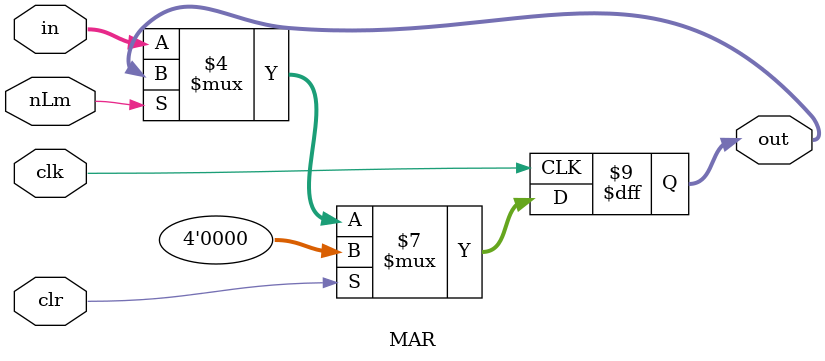
<source format=v>
module  MAR (clr,in,out,clk,nLm);
output reg [3:0]   out;
input          clr,clk,nLm;
input  [3:0]   in;

always@(posedge clk)
if(clr)  out<=8'b0;
else if(!nLm) out<=in;
else 	 out<= out;

endmodule
</source>
